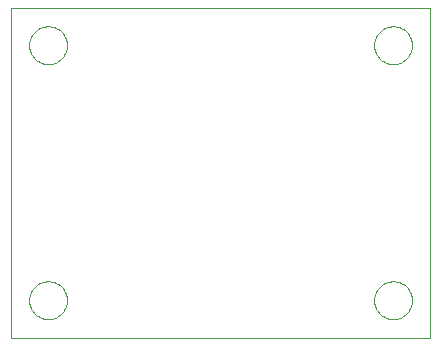
<source format=gm1>
G04 Output by ViewMate Deluxe V11.0.9  PentaLogix LLC*
G04 Sun May 11 19:24:29 2014*
%FSLAX33Y33*%
%MOMM*%
%IPPOS*%
%ADD104C,0.0*%

%LPD*%
X0Y0D2*D104*G1X31039Y3429D2*X31044Y3302D1*X31059Y3175*X31085Y3051*X31120Y2929*X31163Y2809*X31217Y2695*X31280Y2583*X31351Y2479*X31432Y2380*X31519Y2286*X31613Y2200*X31714Y2123*X31821Y2055*X31933Y1994*X32050Y1941*X32169Y1900*X32291Y1867*X32418Y1844*X32542Y1831*X32672Y1829*X32799Y1836*X32923Y1854*X33048Y1882*X33170Y1920*X33287Y1966*X33401Y2022*X33510Y2088*X33614Y2162*X33713Y2243*X33805Y2332*X33886Y2428*X33962Y2530*X34031Y2639*X34089Y2751*X34138Y2868*X34178Y2990*X34209Y3114*X34229Y3238*X34239Y3366*X34239Y3492*X34229Y3620*X34209Y3744*X34178Y3868*X34138Y3990*X34089Y4107*X34031Y4219*X33962Y4328*X33886Y4430*X33805Y4526*X33713Y4615*X33614Y4696*X33510Y4770*X33401Y4836*X33287Y4892*X33170Y4938*X33048Y4976*X32923Y5004*X32799Y5022*X32672Y5029*X32542Y5027*X32418Y5014*X32291Y4991*X32169Y4958*X32050Y4917*X31933Y4864*X31821Y4803*X31714Y4735*X31613Y4658*X31519Y4572*X31432Y4478*X31351Y4379*X31280Y4275*X31217Y4163*X31163Y4049*X31120Y3929*X31085Y3807*X31059Y3683*X31044Y3556*X31039Y3429*X31039Y25019D2*X31044Y24892D1*X31059Y24765*X31085Y24641*X31120Y24519*X31163Y24399*X31217Y24285*X31280Y24173*X31351Y24069*X31432Y23970*X31519Y23876*X31613Y23790*X31714Y23713*X31821Y23645*X31933Y23584*X32050Y23531*X32169Y23490*X32291Y23457*X32418Y23434*X32542Y23421*X32672Y23419*X32799Y23426*X32923Y23444*X33048Y23472*X33170Y23510*X33287Y23556*X33401Y23612*X33510Y23678*X33614Y23752*X33713Y23833*X33805Y23922*X33886Y24018*X33962Y24120*X34031Y24229*X34089Y24341*X34138Y24458*X34178Y24580*X34209Y24704*X34229Y24828*X34239Y24956*X34239Y25082*X34229Y25210*X34209Y25334*X34178Y25458*X34138Y25580*X34089Y25697*X34031Y25809*X33962Y25918*X33886Y26020*X33805Y26116*X33713Y26205*X33614Y26286*X33510Y26360*X33401Y26426*X33287Y26482*X33170Y26528*X33048Y26566*X32923Y26594*X32799Y26612*X32672Y26619*X32542Y26617*X32418Y26604*X32291Y26581*X32169Y26548*X32050Y26507*X31933Y26454*X31821Y26393*X31714Y26325*X31613Y26248*X31519Y26162*X31432Y26068*X31351Y25969*X31280Y25865*X31217Y25753*X31163Y25639*X31120Y25519*X31085Y25397*X31059Y25273*X31044Y25146*X31039Y25019*X1829Y25019D2*X1834Y24892D1*X1849Y24765*X1875Y24641*X1910Y24519*X1953Y24399*X2007Y24285*X2070Y24173*X2141Y24069*X2222Y23970*X2309Y23876*X2403Y23790*X2504Y23713*X2611Y23645*X2723Y23584*X2840Y23531*X2959Y23490*X3081Y23457*X3208Y23434*X3332Y23421*X3462Y23419*X3589Y23426*X3713Y23444*X3838Y23472*X3960Y23510*X4077Y23556*X4191Y23612*X4300Y23678*X4404Y23752*X4503Y23833*X4595Y23922*X4676Y24018*X4752Y24120*X4821Y24229*X4879Y24341*X4928Y24458*X4968Y24580*X4999Y24704*X5019Y24828*X5029Y24956*X5029Y25082*X5019Y25210*X4999Y25334*X4968Y25458*X4928Y25580*X4879Y25697*X4821Y25809*X4752Y25918*X4676Y26020*X4595Y26116*X4503Y26205*X4404Y26286*X4300Y26360*X4191Y26426*X4077Y26482*X3960Y26528*X3838Y26566*X3713Y26594*X3589Y26612*X3462Y26619*X3332Y26617*X3208Y26604*X3081Y26581*X2959Y26548*X2840Y26507*X2723Y26454*X2611Y26393*X2504Y26325*X2403Y26248*X2309Y26162*X2222Y26068*X2141Y25969*X2070Y25865*X2007Y25753*X1953Y25639*X1910Y25519*X1875Y25397*X1849Y25273*X1834Y25146*X1829Y25019*X1829Y3429D2*X1834Y3302D1*X1849Y3175*X1875Y3051*X1910Y2929*X1953Y2809*X2007Y2695*X2070Y2583*X2141Y2479*X2222Y2380*X2309Y2286*X2403Y2200*X2504Y2123*X2611Y2055*X2723Y1994*X2840Y1941*X2959Y1900*X3081Y1867*X3208Y1844*X3332Y1831*X3462Y1829*X3589Y1836*X3713Y1854*X3838Y1882*X3960Y1920*X4077Y1966*X4191Y2022*X4300Y2088*X4404Y2162*X4503Y2243*X4595Y2332*X4676Y2428*X4752Y2530*X4821Y2639*X4879Y2751*X4928Y2868*X4968Y2990*X4999Y3114*X5019Y3238*X5029Y3366*X5029Y3492*X5019Y3620*X4999Y3744*X4968Y3868*X4928Y3990*X4879Y4107*X4821Y4219*X4752Y4328*X4676Y4430*X4595Y4526*X4503Y4615*X4404Y4696*X4300Y4770*X4191Y4836*X4077Y4892*X3960Y4938*X3838Y4976*X3713Y5004*X3589Y5022*X3462Y5029*X3332Y5027*X3208Y5014*X3081Y4991*X2959Y4958*X2840Y4917*X2723Y4864*X2611Y4803*X2504Y4735*X2403Y4658*X2309Y4572*X2222Y4478*X2141Y4379*X2070Y4275*X2007Y4163*X1953Y4049*X1910Y3929*X1875Y3807*X1849Y3683*X1834Y3556*X1829Y3429*X254Y254D2*X35794Y254D1*X35794Y28194*X254Y28194*X254Y254*X0Y0D2*M02*
</source>
